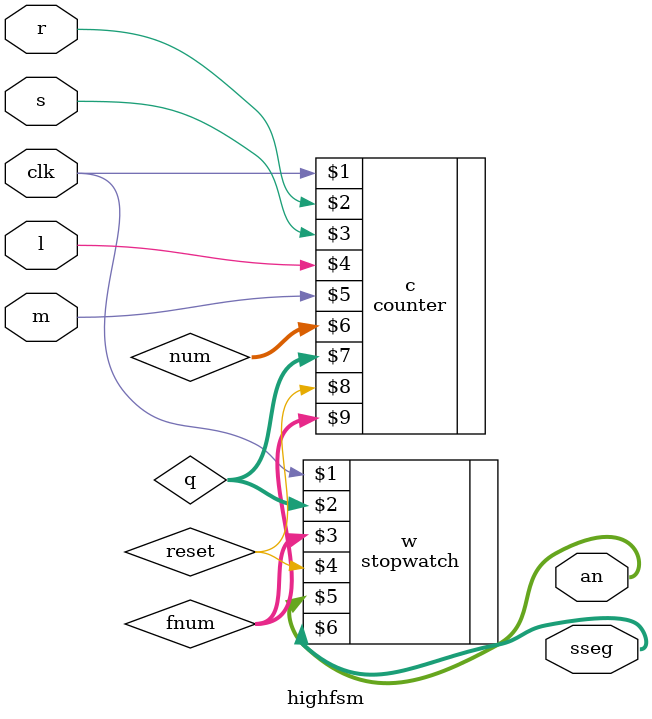
<source format=sv>
module highfsm (clk,r,s,l,m,an,sseg);
input logic clk,r,s,l,m;
output logic [3:0]an;
output logic [7:0]sseg;
logic [1:0]q;
logic [6:0]num,fnum;
counter c (clk,r,s,l,m,num,q,reset,fnum);
stopwatch w (clk,q,fnum,reset,an,sseg);//module stopwatch(clk,s,load,reset,an,sseg);

endmodule 
</source>
